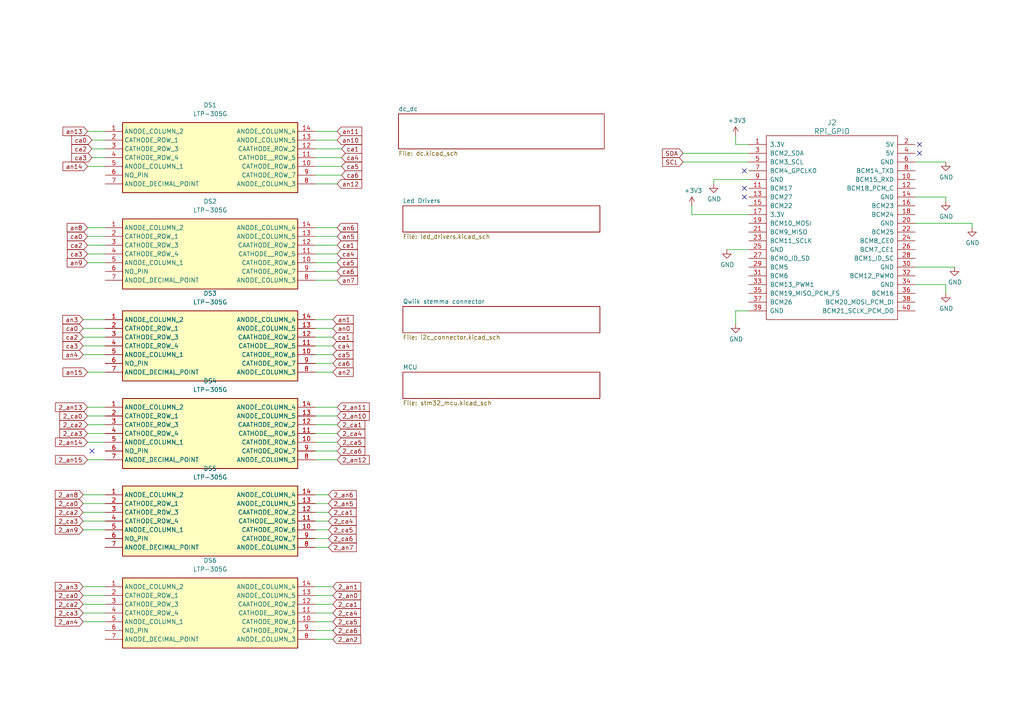
<source format=kicad_sch>
(kicad_sch (version 20230121) (generator eeschema)
  (paper "A4")
  (lib_symbols
    (symbol "LTP-305G:LTP-305G"
      (property "Reference" "DS" (at 57.15 7.62 0))
      (property "Value" "LTP-305G" (at 57.15 5.08 0))
      (symbol "LTP-305G_1_1"
        (rectangle (start 5.08 2.54) (end 55.88 -17.78) (stroke (width 0.254)) (fill (type background)))
        (pin passive line (at 0 0 0) (length 5.08) (name "ANODE_COLUMN_2") (number "1"))
        (pin passive line (at 60.96 -10.16 180) (length 5.08) (name "CATHODE_ROW_6") (number "10"))
        (pin passive line (at 60.96 -7.62 180) (length 5.08) (name "CATHODE__ROW_5") (number "11"))
        (pin passive line (at 60.96 -5.08 180) (length 5.08) (name "CAATHODE_ROW_2") (number "12"))
        (pin passive line (at 60.96 -2.54 180) (length 5.08) (name "ANODE_COLUMN_5") (number "13"))
        (pin passive line (at 60.96 0 180) (length 5.08) (name "ANODE_COLUMN_4") (number "14"))
        (pin passive line (at 0 -2.54 0) (length 5.08) (name "CATHODE_ROW_1") (number "2"))
        (pin passive line (at 0 -5.08 0) (length 5.08) (name "CATHODE_ROW_3") (number "3"))
        (pin passive line (at 0 -7.62 0) (length 5.08) (name "CATHODE_ROW_4") (number "4"))
        (pin passive line (at 0 -10.16 0) (length 5.08) (name "ANODE_COLUMN_1") (number "5"))
        (pin passive line (at 0 -12.7 0) (length 5.08) (name "NO_PIN") (number "6"))
        (pin passive line (at 0 -15.24 0) (length 5.08) (name "ANODE_DECIMAL_POINT") (number "7"))
        (pin passive line (at 60.96 -15.24 180) (length 5.08) (name "ANODE_COLUMN_3") (number "8"))
        (pin passive line (at 60.96 -12.7 180) (length 5.08) (name "CATHODE_ROW_7") (number "9"))
      )
    )
    (symbol "RPi_Hat:RPi_GPIO" (pin_names (offset 1.016))
      (property "Reference" "J" (at 19.05 6.35 0))
      (property "Value" "RPi_GPIO" (at 19.05 3.81 0))
      (symbol "RPi_GPIO_0_1"
        (rectangle (start 0 2.54) (end 38.1 -50.8))
      )
      (symbol "RPi_GPIO_1_1"
        (pin power_in line (at -5.08 0 0) (length 5.08) (name "3.3V") (number "1"))
        (pin bidirectional line (at 43.18 -10.16 180) (length 5.08) (name "BCM15_RXD") (number "10"))
        (pin bidirectional line (at -5.08 -12.7 0) (length 5.08) (name "BCM17") (number "11"))
        (pin bidirectional line (at 43.18 -12.7 180) (length 5.08) (name "BCM18_PCM_C") (number "12"))
        (pin bidirectional line (at -5.08 -15.24 0) (length 5.08) (name "BCM27") (number "13"))
        (pin power_in line (at 43.18 -15.24 180) (length 5.08) (name "GND") (number "14"))
        (pin bidirectional line (at -5.08 -17.78 0) (length 5.08) (name "BCM22") (number "15"))
        (pin bidirectional line (at 43.18 -17.78 180) (length 5.08) (name "BCM23") (number "16"))
        (pin power_in line (at -5.08 -20.32 0) (length 5.08) (name "3.3V") (number "17"))
        (pin bidirectional line (at 43.18 -20.32 180) (length 5.08) (name "BCM24") (number "18"))
        (pin bidirectional line (at -5.08 -22.86 0) (length 5.08) (name "BCM10_MOSI") (number "19"))
        (pin power_in line (at 43.18 0 180) (length 5.08) (name "5V") (number "2"))
        (pin power_in line (at 43.18 -22.86 180) (length 5.08) (name "GND") (number "20"))
        (pin bidirectional line (at -5.08 -25.4 0) (length 5.08) (name "BCM9_MISO") (number "21"))
        (pin bidirectional line (at 43.18 -25.4 180) (length 5.08) (name "BCM25") (number "22"))
        (pin bidirectional line (at -5.08 -27.94 0) (length 5.08) (name "BCM11_SCLK") (number "23"))
        (pin bidirectional line (at 43.18 -27.94 180) (length 5.08) (name "BCM8_CE0") (number "24"))
        (pin power_in line (at -5.08 -30.48 0) (length 5.08) (name "GND") (number "25"))
        (pin bidirectional line (at 43.18 -30.48 180) (length 5.08) (name "BCM7_CE1") (number "26"))
        (pin bidirectional line (at -5.08 -33.02 0) (length 5.08) (name "BCM0_ID_SD") (number "27"))
        (pin bidirectional line (at 43.18 -33.02 180) (length 5.08) (name "BCM1_ID_SC") (number "28"))
        (pin bidirectional line (at -5.08 -35.56 0) (length 5.08) (name "BCM5") (number "29"))
        (pin bidirectional line (at -5.08 -2.54 0) (length 5.08) (name "BCM2_SDA") (number "3"))
        (pin power_in line (at 43.18 -35.56 180) (length 5.08) (name "GND") (number "30"))
        (pin bidirectional line (at -5.08 -38.1 0) (length 5.08) (name "BCM6") (number "31"))
        (pin bidirectional line (at 43.18 -38.1 180) (length 5.08) (name "BCM12_PWM0") (number "32"))
        (pin bidirectional line (at -5.08 -40.64 0) (length 5.08) (name "BCM13_PWM1") (number "33"))
        (pin power_in line (at 43.18 -40.64 180) (length 5.08) (name "GND") (number "34"))
        (pin bidirectional line (at -5.08 -43.18 0) (length 5.08) (name "BCM19_MISO_PCM_FS") (number "35"))
        (pin bidirectional line (at 43.18 -43.18 180) (length 5.08) (name "BCM16") (number "36"))
        (pin bidirectional line (at -5.08 -45.72 0) (length 5.08) (name "BCM26") (number "37"))
        (pin bidirectional line (at 43.18 -45.72 180) (length 5.08) (name "BCM20_MOSI_PCM_DI") (number "38"))
        (pin power_in line (at -5.08 -48.26 0) (length 5.08) (name "GND") (number "39"))
        (pin power_in line (at 43.18 -2.54 180) (length 5.08) (name "5V") (number "4"))
        (pin bidirectional line (at 43.18 -48.26 180) (length 5.08) (name "BCM21_SCLK_PCM_DO") (number "40"))
        (pin bidirectional line (at -5.08 -5.08 0) (length 5.08) (name "BCM3_SCL") (number "5"))
        (pin power_in line (at 43.18 -5.08 180) (length 5.08) (name "GND") (number "6"))
        (pin bidirectional line (at -5.08 -7.62 0) (length 5.08) (name "BCM4_GPCLK0") (number "7"))
        (pin bidirectional line (at 43.18 -7.62 180) (length 5.08) (name "BCM14_TXD") (number "8"))
        (pin power_in line (at -5.08 -10.16 0) (length 5.08) (name "GND") (number "9"))
      )
    )
    (symbol "power:GND" (power) (pin_names (offset 0))
      (property "Value" "GND" (at 0 -3.81 0))
      (symbol "GND_0_1"
        (polyline (pts (xy 0 0) (xy 0 -1.27) (xy 1.27 -1.27) (xy 0 -2.54) (xy -1.27 -1.27) (xy 0 -1.27)))
      )
      (symbol "GND_1_1"
        (pin power_in line (at 0 0 270) (length 0) hide (name "GND") (number "1"))
      )
    )
    (symbol "rpi-pico-debugger-shoe-rescue:+3.3V-power" (power) (pin_names (offset 0))
      (property "Value" "+3.3V-power" (at 0 3.556 0))
      (symbol "+3.3V-power_0_1"
        (polyline (pts (xy -0.762 1.27) (xy 0 2.54)))
        (polyline (pts (xy 0 0) (xy 0 2.54)))
        (polyline (pts (xy 0 2.54) (xy 0.762 1.27)))
      )
      (symbol "+3.3V-power_1_1"
        (pin power_in line (at 0 0 90) (length 0) hide (name "+3V3") (number "1"))
      )
    )
  )
  (no_connect (at 215.9 49.53))
  (no_connect (at 215.9 57.15))
  (no_connect (at 215.9 54.61))
  (no_connect (at 266.7 41.91))
  (no_connect (at 266.7 44.45))
  (no_connect (at 26.67 130.81))
  (wire (pts (xy 26.67 43.18) (xy 30.48 43.18)))
  (wire (pts (xy 24.13 151.13) (xy 30.48 151.13)))
  (wire (pts (xy 91.44 120.65) (xy 97.79 120.65)))
  (wire (pts (xy 91.44 102.87) (xy 96.52 102.87)))
  (wire (pts (xy 91.44 73.66) (xy 97.79 73.66)))
  (wire (pts (xy 200.66 59.69) (xy 200.66 62.23)))
  (wire (pts (xy 91.44 128.27) (xy 97.79 128.27)))
  (wire (pts (xy 91.44 43.18) (xy 99.06 43.18)))
  (wire (pts (xy 24.13 180.34) (xy 30.48 180.34)))
  (wire (pts (xy 91.44 71.12) (xy 97.79 71.12)))
  (wire (pts (xy 25.4 73.66) (xy 30.48 73.66)))
  (wire (pts (xy 91.44 38.1) (xy 97.79 38.1)))
  (wire (pts (xy 198.12 46.99) (xy 217.17 46.99)))
  (wire (pts (xy 25.4 118.11) (xy 30.48 118.11)))
  (wire (pts (xy 207.01 53.34) (xy 207.01 52.07)))
  (wire (pts (xy 26.67 40.64) (xy 30.48 40.64)))
  (wire (pts (xy 91.44 172.72) (xy 96.52 172.72)))
  (wire (pts (xy 274.32 58.42) (xy 274.32 57.15)))
  (wire (pts (xy 265.43 64.77) (xy 281.94 64.77)))
  (wire (pts (xy 24.13 170.18) (xy 30.48 170.18)))
  (wire (pts (xy 25.4 38.1) (xy 30.48 38.1)))
  (wire (pts (xy 91.44 153.67) (xy 95.25 153.67)))
  (wire (pts (xy 25.4 48.26) (xy 30.48 48.26)))
  (wire (pts (xy 24.13 148.59) (xy 30.48 148.59)))
  (wire (pts (xy 91.44 177.8) (xy 96.52 177.8)))
  (wire (pts (xy 91.44 146.05) (xy 95.25 146.05)))
  (wire (pts (xy 24.13 97.79) (xy 30.48 97.79)))
  (wire (pts (xy 24.13 153.67) (xy 30.48 153.67)))
  (wire (pts (xy 91.44 92.71) (xy 96.52 92.71)))
  (wire (pts (xy 91.44 182.88) (xy 96.52 182.88)))
  (wire (pts (xy 25.4 133.35) (xy 30.48 133.35)))
  (wire (pts (xy 198.12 44.45) (xy 217.17 44.45)))
  (wire (pts (xy 207.01 52.07) (xy 217.17 52.07)))
  (wire (pts (xy 91.44 180.34) (xy 96.52 180.34)))
  (wire (pts (xy 26.67 45.72) (xy 30.48 45.72)))
  (wire (pts (xy 24.13 177.8) (xy 30.48 177.8)))
  (wire (pts (xy 91.44 170.18) (xy 96.52 170.18)))
  (wire (pts (xy 24.13 95.25) (xy 30.48 95.25)))
  (wire (pts (xy 91.44 105.41) (xy 96.52 105.41)))
  (wire (pts (xy 91.44 151.13) (xy 95.25 151.13)))
  (wire (pts (xy 24.13 146.05) (xy 30.48 146.05)))
  (wire (pts (xy 24.13 92.71) (xy 30.48 92.71)))
  (wire (pts (xy 91.44 100.33) (xy 96.52 100.33)))
  (wire (pts (xy 24.13 102.87) (xy 30.48 102.87)))
  (wire (pts (xy 25.4 120.65) (xy 30.48 120.65)))
  (wire (pts (xy 91.44 48.26) (xy 99.06 48.26)))
  (wire (pts (xy 265.43 46.99) (xy 274.32 46.99)))
  (wire (pts (xy 91.44 158.75) (xy 95.25 158.75)))
  (wire (pts (xy 91.44 50.8) (xy 99.06 50.8)))
  (wire (pts (xy 213.36 39.37) (xy 213.36 41.91)))
  (wire (pts (xy 265.43 77.47) (xy 276.86 77.47)))
  (wire (pts (xy 91.44 156.21) (xy 95.25 156.21)))
  (wire (pts (xy 91.44 68.58) (xy 97.79 68.58)))
  (wire (pts (xy 91.44 175.26) (xy 96.52 175.26)))
  (wire (pts (xy 25.4 71.12) (xy 30.48 71.12)))
  (wire (pts (xy 25.4 123.19) (xy 30.48 123.19)))
  (wire (pts (xy 91.44 76.2) (xy 97.79 76.2)))
  (wire (pts (xy 91.44 66.04) (xy 97.79 66.04)))
  (wire (pts (xy 25.4 66.04) (xy 30.48 66.04)))
  (wire (pts (xy 25.4 125.73) (xy 30.48 125.73)))
  (wire (pts (xy 24.13 100.33) (xy 30.48 100.33)))
  (wire (pts (xy 91.44 45.72) (xy 99.06 45.72)))
  (wire (pts (xy 91.44 143.51) (xy 95.25 143.51)))
  (wire (pts (xy 91.44 125.73) (xy 97.79 125.73)))
  (wire (pts (xy 91.44 123.19) (xy 97.79 123.19)))
  (wire (pts (xy 200.66 62.23) (xy 217.17 62.23)))
  (wire (pts (xy 24.13 175.26) (xy 30.48 175.26)))
  (wire (pts (xy 274.32 85.09) (xy 274.32 82.55)))
  (wire (pts (xy 274.32 82.55) (xy 265.43 82.55)))
  (wire (pts (xy 91.44 78.74) (xy 97.79 78.74)))
  (wire (pts (xy 24.13 172.72) (xy 30.48 172.72)))
  (wire (pts (xy 91.44 130.81) (xy 97.79 130.81)))
  (wire (pts (xy 91.44 133.35) (xy 97.79 133.35)))
  (wire (pts (xy 25.4 128.27) (xy 30.48 128.27)))
  (wire (pts (xy 91.44 107.95) (xy 96.52 107.95)))
  (wire (pts (xy 91.44 148.59) (xy 95.25 148.59)))
  (wire (pts (xy 25.4 68.58) (xy 30.48 68.58)))
  (wire (pts (xy 274.32 57.15) (xy 265.43 57.15)))
  (wire (pts (xy 281.94 66.04) (xy 281.94 64.77)))
  (wire (pts (xy 25.4 76.2) (xy 30.48 76.2)))
  (wire (pts (xy 91.44 53.34) (xy 97.79 53.34)))
  (wire (pts (xy 24.13 143.51) (xy 30.48 143.51)))
  (wire (pts (xy 91.44 40.64) (xy 97.79 40.64)))
  (wire (pts (xy 213.36 41.91) (xy 217.17 41.91)))
  (wire (pts (xy 213.36 90.17) (xy 213.36 93.98)))
  (wire (pts (xy 91.44 185.42) (xy 96.52 185.42)))
  (wire (pts (xy 91.44 81.28) (xy 97.79 81.28)))
  (wire (pts (xy 25.4 107.95) (xy 30.48 107.95)))
  (wire (pts (xy 91.44 95.25) (xy 96.52 95.25)))
  (wire (pts (xy 91.44 97.79) (xy 96.52 97.79)))
  (wire (pts (xy 217.17 90.17) (xy 213.36 90.17)))
  (wire (pts (xy 210.82 72.39) (xy 217.17 72.39)))
  (wire (pts (xy 91.44 118.11) (xy 97.79 118.11)))
  (global_label "ca0" (shape input) (at 25.4 68.58 180) (property "Intersheetrefs" "${INTERSHEET_REFS}" (effects hide)))
  (global_label "2_an10" (shape input) (at 97.79 120.65 0) (property "Intersheetrefs" "${INTERSHEET_REFS}" (effects hide)))
  (global_label "ca3" (shape input) (at 26.67 45.72 180) (property "Intersheetrefs" "${INTERSHEET_REFS}" (effects hide)))
  (global_label "2_ca4" (shape input) (at 95.25 151.13 0) (property "Intersheetrefs" "${INTERSHEET_REFS}" (effects hide)))
  (global_label "ca1" (shape input) (at 99.06 43.18 0) (property "Intersheetrefs" "${INTERSHEET_REFS}" (effects hide)))
  (global_label "2_ca0" (shape input) (at 24.13 146.05 180) (property "Intersheetrefs" "${INTERSHEET_REFS}" (effects hide)))
  (global_label "ca6" (shape input) (at 97.79 78.74 0) (property "Intersheetrefs" "${INTERSHEET_REFS}" (effects hide)))
  (global_label "2_ca1" (shape input) (at 97.79 123.19 0) (property "Intersheetrefs" "${INTERSHEET_REFS}" (effects hide)))
  (global_label "2_ca1" (shape input) (at 96.52 175.26 0) (property "Intersheetrefs" "${INTERSHEET_REFS}" (effects hide)))
  (global_label "2_ca4" (shape input) (at 96.52 177.8 0) (property "Intersheetrefs" "${INTERSHEET_REFS}" (effects hide)))
  (global_label "ca4" (shape input) (at 96.52 100.33 0) (property "Intersheetrefs" "${INTERSHEET_REFS}" (effects hide)))
  (global_label "an15" (shape input) (at 25.4 107.95 180) (property "Intersheetrefs" "${INTERSHEET_REFS}" (effects hide)))
  (global_label "an11" (shape input) (at 97.79 38.1 0) (property "Intersheetrefs" "${INTERSHEET_REFS}" (effects hide)))
  (global_label "2_ca3" (shape input) (at 25.4 125.73 180) (property "Intersheetrefs" "${INTERSHEET_REFS}" (effects hide)))
  (global_label "ca4" (shape input) (at 97.79 73.66 0) (property "Intersheetrefs" "${INTERSHEET_REFS}" (effects hide)))
  (global_label "ca2" (shape input) (at 25.4 71.12 180) (property "Intersheetrefs" "${INTERSHEET_REFS}" (effects hide)))
  (global_label "an14" (shape input) (at 25.4 48.26 180) (property "Intersheetrefs" "${INTERSHEET_REFS}" (effects hide)))
  (global_label "ca4" (shape input) (at 99.06 45.72 0) (property "Intersheetrefs" "${INTERSHEET_REFS}" (effects hide)))
  (global_label "2_an15" (shape input) (at 25.4 133.35 180) (property "Intersheetrefs" "${INTERSHEET_REFS}" (effects hide)))
  (global_label "2_ca2" (shape input) (at 24.13 175.26 180) (property "Intersheetrefs" "${INTERSHEET_REFS}" (effects hide)))
  (global_label "an10" (shape input) (at 97.79 40.64 0) (property "Intersheetrefs" "${INTERSHEET_REFS}" (effects hide)))
  (global_label "2_an3" (shape input) (at 24.13 170.18 180) (property "Intersheetrefs" "${INTERSHEET_REFS}" (effects hide)))
  (global_label "an6" (shape input) (at 97.79 66.04 0) (property "Intersheetrefs" "${INTERSHEET_REFS}" (effects hide)))
  (global_label "ca2" (shape input) (at 24.13 97.79 180) (property "Intersheetrefs" "${INTERSHEET_REFS}" (effects hide)))
  (global_label "2_an13" (shape input) (at 25.4 118.11 180) (property "Intersheetrefs" "${INTERSHEET_REFS}" (effects hide)))
  (global_label "2_ca0" (shape input) (at 24.13 172.72 180) (property "Intersheetrefs" "${INTERSHEET_REFS}" (effects hide)))
  (global_label "an4" (shape input) (at 24.13 102.87 180) (property "Intersheetrefs" "${INTERSHEET_REFS}" (effects hide)))
  (global_label "2_an12" (shape input) (at 97.79 133.35 0) (property "Intersheetrefs" "${INTERSHEET_REFS}" (effects hide)))
  (global_label "2_ca4" (shape input) (at 97.79 125.73 0) (property "Intersheetrefs" "${INTERSHEET_REFS}" (effects hide)))
  (global_label "2_ca0" (shape input) (at 25.4 120.65 180) (property "Intersheetrefs" "${INTERSHEET_REFS}" (effects hide)))
  (global_label "ca5" (shape input) (at 99.06 48.26 0) (property "Intersheetrefs" "${INTERSHEET_REFS}" (effects hide)))
  (global_label "an5" (shape input) (at 97.79 68.58 0) (property "Intersheetrefs" "${INTERSHEET_REFS}" (effects hide)))
  (global_label "ca6" (shape input) (at 96.52 105.41 0) (property "Intersheetrefs" "${INTERSHEET_REFS}" (effects hide)))
  (global_label "an13" (shape input) (at 25.4 38.1 180) (property "Intersheetrefs" "${INTERSHEET_REFS}" (effects hide)))
  (global_label "2_an14" (shape input) (at 25.4 128.27 180) (property "Intersheetrefs" "${INTERSHEET_REFS}" (effects hide)))
  (global_label "2_ca3" (shape input) (at 24.13 151.13 180) (property "Intersheetrefs" "${INTERSHEET_REFS}" (effects hide)))
  (global_label "2_an2" (shape input) (at 96.52 185.42 0) (property "Intersheetrefs" "${INTERSHEET_REFS}" (effects hide)))
  (global_label "ca5" (shape input) (at 96.52 102.87 0) (property "Intersheetrefs" "${INTERSHEET_REFS}" (effects hide)))
  (global_label "2_an0" (shape input) (at 96.52 172.72 0) (property "Intersheetrefs" "${INTERSHEET_REFS}" (effects hide)))
  (global_label "an8" (shape input) (at 25.4 66.04 180) (property "Intersheetrefs" "${INTERSHEET_REFS}" (effects hide)))
  (global_label "2_ca2" (shape input) (at 25.4 123.19 180) (property "Intersheetrefs" "${INTERSHEET_REFS}" (effects hide)))
  (global_label "ca6" (shape input) (at 99.06 50.8 0) (property "Intersheetrefs" "${INTERSHEET_REFS}" (effects hide)))
  (global_label "2_ca3" (shape input) (at 24.13 177.8 180) (property "Intersheetrefs" "${INTERSHEET_REFS}" (effects hide)))
  (global_label "2_an1" (shape input) (at 96.52 170.18 0) (property "Intersheetrefs" "${INTERSHEET_REFS}" (effects hide)))
  (global_label "2_an11" (shape input) (at 97.79 118.11 0) (property "Intersheetrefs" "${INTERSHEET_REFS}" (effects hide)))
  (global_label "2_an6" (shape input) (at 95.25 143.51 0) (property "Intersheetrefs" "${INTERSHEET_REFS}" (effects hide)))
  (global_label "2_an4" (shape input) (at 24.13 180.34 180) (property "Intersheetrefs" "${INTERSHEET_REFS}" (effects hide)))
  (global_label "an1" (shape input) (at 96.52 92.71 0) (property "Intersheetrefs" "${INTERSHEET_REFS}" (effects hide)))
  (global_label "an7" (shape input) (at 97.79 81.28 0) (property "Intersheetrefs" "${INTERSHEET_REFS}" (effects hide)))
  (global_label "an2" (shape input) (at 96.52 107.95 0) (property "Intersheetrefs" "${INTERSHEET_REFS}" (effects hide)))
  (global_label "2_ca5" (shape input) (at 97.79 128.27 0) (property "Intersheetrefs" "${INTERSHEET_REFS}" (effects hide)))
  (global_label "2_an5" (shape input) (at 95.25 146.05 0) (property "Intersheetrefs" "${INTERSHEET_REFS}" (effects hide)))
  (global_label "ca1" (shape input) (at 97.79 71.12 0) (property "Intersheetrefs" "${INTERSHEET_REFS}" (effects hide)))
  (global_label "2_an9" (shape input) (at 24.13 153.67 180) (property "Intersheetrefs" "${INTERSHEET_REFS}" (effects hide)))
  (global_label "SDA" (shape input) (at 198.12 44.45 180) (property "Intersheetrefs" "${INTERSHEET_REFS}" (effects hide)))
  (global_label "ca5" (shape input) (at 97.79 76.2 0) (property "Intersheetrefs" "${INTERSHEET_REFS}" (effects hide)))
  (global_label "an9" (shape input) (at 25.4 76.2 180) (property "Intersheetrefs" "${INTERSHEET_REFS}" (effects hide)))
  (global_label "ca0" (shape input) (at 24.13 95.25 180) (property "Intersheetrefs" "${INTERSHEET_REFS}" (effects hide)))
  (global_label "2_ca6" (shape input) (at 96.52 182.88 0) (property "Intersheetrefs" "${INTERSHEET_REFS}" (effects hide)))
  (global_label "ca2" (shape input) (at 26.67 43.18 180) (property "Intersheetrefs" "${INTERSHEET_REFS}" (effects hide)))
  (global_label "ca0" (shape input) (at 26.67 40.64 180) (property "Intersheetrefs" "${INTERSHEET_REFS}" (effects hide)))
  (global_label "2_ca6" (shape input) (at 95.25 156.21 0) (property "Intersheetrefs" "${INTERSHEET_REFS}" (effects hide)))
  (global_label "ca1" (shape input) (at 96.52 97.79 0) (property "Intersheetrefs" "${INTERSHEET_REFS}" (effects hide)))
  (global_label "ca3" (shape input) (at 25.4 73.66 180) (property "Intersheetrefs" "${INTERSHEET_REFS}" (effects hide)))
  (global_label "an3" (shape input) (at 24.13 92.71 180) (property "Intersheetrefs" "${INTERSHEET_REFS}" (effects hide)))
  (global_label "2_ca5" (shape input) (at 96.52 180.34 0) (property "Intersheetrefs" "${INTERSHEET_REFS}" (effects hide)))
  (global_label "2_ca6" (shape input) (at 97.79 130.81 0) (property "Intersheetrefs" "${INTERSHEET_REFS}" (effects hide)))
  (global_label "ca3" (shape input) (at 24.13 100.33 180) (property "Intersheetrefs" "${INTERSHEET_REFS}" (effects hide)))
  (global_label "SCL" (shape input) (at 198.12 46.99 180) (property "Intersheetrefs" "${INTERSHEET_REFS}" (effects hide)))
  (global_label "an0" (shape input) (at 96.52 95.25 0) (property "Intersheetrefs" "${INTERSHEET_REFS}" (effects hide)))
  (global_label "2_an8" (shape input) (at 24.13 143.51 180) (property "Intersheetrefs" "${INTERSHEET_REFS}" (effects hide)))
  (global_label "2_an7" (shape input) (at 95.25 158.75 0) (property "Intersheetrefs" "${INTERSHEET_REFS}" (effects hide)))
  (global_label "2_ca2" (shape input) (at 24.13 148.59 180) (property "Intersheetrefs" "${INTERSHEET_REFS}" (effects hide)))
  (global_label "an12" (shape input) (at 97.79 53.34 0) (property "Intersheetrefs" "${INTERSHEET_REFS}" (effects hide)))
  (global_label "2_ca1" (shape input) (at 95.25 148.59 0) (property "Intersheetrefs" "${INTERSHEET_REFS}" (effects hide)))
  (global_label "2_ca5" (shape input) (at 95.25 153.67 0) (property "Intersheetrefs" "${INTERSHEET_REFS}" (effects hide)))
  (symbol (lib_id "power:GND") (at 210.82 72.39 0) (unit 1)
    (property "Reference" "#PWR076" (effects hide))
    (property "Value" "GND" (at 210.947 76.7842 0))
  )
  (symbol (lib_id "power:GND") (at 274.32 85.09 0) (unit 1)
    (property "Reference" "#PWR079" (effects hide))
    (property "Value" "GND" (at 274.447 89.4842 0))
  )
  (symbol (lib_id "rpi-pico-debugger-shoe-rescue:+3.3V-power") (at 200.66 59.69 0) (unit 1)
    (property "Reference" "#PWR010" (effects hide))
    (property "Value" "+3.3V" (at 201.041 55.2958 0))
  )
  (symbol (lib_id "LTP-305G:LTP-305G") (at 30.48 170.18 0) (unit 1)
    (property "Reference" "DS6" (at 60.96 162.56 0))
    (property "Value" "LTP-305G" (at 60.96 165.1 0))
    (property "Footprint" "LTP-305G:DIPS762W50P254L1850H400Q14N" (effects hide))
    (property "Datasheet" "https://media.digikey.com/pdf/Data%20Sheets/Lite-On%20PDFs/LTP-305G.pdf" (effects hide))
    (property "Height" "4" (effects hide))
    (property "Manufacturer_Name" "Lite-On" (effects hide))
    (property "Manufacturer_Part_Number" "LTP-305G" (effects hide))
    (property "Mouser Part Number" "859-LTP-305G" (effects hide))
    (property "Mouser Price/Stock" "https://www.mouser.co.uk/ProductDetail/Lite-On/LTP-305G?qs=gnaPJ2cis70tTyscg55DVQ%3D%3D" (effects hide))
    (property "Arrow Part Number" "LTP-305G" (effects hide))
    (property "Arrow Price/Stock" "https://www.arrow.com/en/products/ltp-305g/lite-on-technology?region=nac" (effects hide))
  )
  (symbol (lib_id "rpi-pico-debugger-shoe-rescue:+3.3V-power") (at 213.36 39.37 0) (unit 1)
    (property "Reference" "#PWR0119" (effects hide))
    (property "Value" "+3.3V" (at 213.741 34.9758 0))
  )
  (symbol (lib_id "power:GND") (at 213.36 93.98 0) (unit 1)
    (property "Reference" "#PWR011" (effects hide))
    (property "Value" "GND" (at 213.487 98.3742 0))
  )
  (symbol (lib_id "LTP-305G:LTP-305G") (at 30.48 118.11 0) (unit 1)
    (property "Reference" "DS4" (at 60.96 110.49 0))
    (property "Value" "LTP-305G" (at 60.96 113.03 0))
    (property "Footprint" "LTP-305G:DIPS762W50P254L1850H400Q14N" (effects hide))
    (property "Datasheet" "https://media.digikey.com/pdf/Data%20Sheets/Lite-On%20PDFs/LTP-305G.pdf" (effects hide))
    (property "Height" "4" (effects hide))
    (property "Manufacturer_Name" "Lite-On" (effects hide))
    (property "Manufacturer_Part_Number" "LTP-305G" (effects hide))
    (property "Mouser Part Number" "859-LTP-305G" (effects hide))
    (property "Mouser Price/Stock" "https://www.mouser.co.uk/ProductDetail/Lite-On/LTP-305G?qs=gnaPJ2cis70tTyscg55DVQ%3D%3D" (effects hide))
    (property "Arrow Part Number" "LTP-305G" (effects hide))
    (property "Arrow Price/Stock" "https://www.arrow.com/en/products/ltp-305g/lite-on-technology?region=nac" (effects hide))
  )
  (symbol (lib_id "power:GND") (at 274.32 58.42 0) (unit 1)
    (property "Reference" "#PWR078" (effects hide))
    (property "Value" "GND" (at 274.447 62.8142 0))
  )
  (symbol (lib_id "power:GND") (at 276.86 77.47 0) (unit 1)
    (property "Reference" "#PWR080" (effects hide))
    (property "Value" "GND" (at 276.987 81.8642 0))
  )
  (symbol (lib_id "LTP-305G:LTP-305G") (at 30.48 66.04 0) (unit 1)
    (property "Reference" "DS2" (at 60.96 58.42 0))
    (property "Value" "LTP-305G" (at 60.96 60.96 0))
    (property "Footprint" "LTP-305G:DIPS762W50P254L1850H400Q14N" (effects hide))
    (property "Datasheet" "https://media.digikey.com/pdf/Data%20Sheets/Lite-On%20PDFs/LTP-305G.pdf" (effects hide))
    (property "Height" "4" (effects hide))
    (property "Manufacturer_Name" "Lite-On" (effects hide))
    (property "Manufacturer_Part_Number" "LTP-305G" (effects hide))
    (property "Mouser Part Number" "859-LTP-305G" (effects hide))
    (property "Mouser Price/Stock" "https://www.mouser.co.uk/ProductDetail/Lite-On/LTP-305G?qs=gnaPJ2cis70tTyscg55DVQ%3D%3D" (effects hide))
    (property "Arrow Part Number" "LTP-305G" (effects hide))
    (property "Arrow Price/Stock" "https://www.arrow.com/en/products/ltp-305g/lite-on-technology?region=nac" (effects hide))
  )
  (symbol (lib_id "power:GND") (at 281.94 66.04 0) (unit 1)
    (property "Reference" "#PWR081" (effects hide))
    (property "Value" "GND" (at 282.067 70.4342 0))
  )
  (symbol (lib_id "RPi_Hat:RPi_GPIO") (at 222.25 41.91 0) (unit 1)
    (property "Reference" "J2" (at 241.3 35.56 0) (effects (font (size 1.524 1.524))))
    (property "Value" "RPi_GPIO" (at 241.3 38.1 0) (effects (font (size 1.524 1.524))))
    (property "Footprint" "LTP-305G:Pin_Header_Straight_2x20" (effects hide))
  )
  (symbol (lib_id "LTP-305G:LTP-305G") (at 30.48 92.71 0) (unit 1)
    (property "Reference" "DS3" (at 60.96 85.09 0))
    (property "Value" "LTP-305G" (at 60.96 87.63 0))
    (property "Footprint" "LTP-305G:DIPS762W50P254L1850H400Q14N" (effects hide))
    (property "Datasheet" "https://media.digikey.com/pdf/Data%20Sheets/Lite-On%20PDFs/LTP-305G.pdf" (effects hide))
    (property "Height" "4" (effects hide))
    (property "Manufacturer_Name" "Lite-On" (effects hide))
    (property "Manufacturer_Part_Number" "LTP-305G" (effects hide))
    (property "Mouser Part Number" "859-LTP-305G" (effects hide))
    (property "Mouser Price/Stock" "https://www.mouser.co.uk/ProductDetail/Lite-On/LTP-305G?qs=gnaPJ2cis70tTyscg55DVQ%3D%3D" (effects hide))
    (property "Arrow Part Number" "LTP-305G" (effects hide))
    (property "Arrow Price/Stock" "https://www.arrow.com/en/products/ltp-305g/lite-on-technology?region=nac" (effects hide))
  )
  (symbol (lib_id "power:GND") (at 207.01 53.34 0) (unit 1)
    (property "Reference" "#PWR077" (effects hide))
    (property "Value" "GND" (at 207.137 57.7342 0))
  )
  (symbol (lib_id "power:GND") (at 274.32 46.99 0) (unit 1)
    (property "Reference" "#PWR07" (effects hide))
    (property "Value" "GND" (at 274.447 51.3842 0))
  )
  (symbol (lib_id "LTP-305G:LTP-305G") (at 30.48 38.1 0) (unit 1)
    (property "Reference" "DS1" (at 60.96 30.48 0))
    (property "Value" "LTP-305G" (at 60.96 33.02 0))
    (property "Footprint" "LTP-305G:DIPS762W50P254L1850H400Q14N" (effects hide))
    (property "Datasheet" "https://media.digikey.com/pdf/Data%20Sheets/Lite-On%20PDFs/LTP-305G.pdf" (effects hide))
    (property "Height" "4" (effects hide))
    (property "Manufacturer_Name" "Lite-On" (effects hide))
    (property "Manufacturer_Part_Number" "LTP-305G" (effects hide))
    (property "Mouser Part Number" "859-LTP-305G" (effects hide))
    (property "Mouser Price/Stock" "https://www.mouser.co.uk/ProductDetail/Lite-On/LTP-305G?qs=gnaPJ2cis70tTyscg55DVQ%3D%3D" (effects hide))
    (property "Arrow Part Number" "LTP-305G" (effects hide))
    (property "Arrow Price/Stock" "https://www.arrow.com/en/products/ltp-305g/lite-on-technology?region=nac" (effects hide))
  )
  (symbol (lib_id "LTP-305G:LTP-305G") (at 30.48 143.51 0) (unit 1)
    (property "Reference" "DS5" (at 60.96 135.89 0))
    (property "Value" "LTP-305G" (at 60.96 138.43 0))
    (property "Footprint" "LTP-305G:DIPS762W50P254L1850H400Q14N" (effects hide))
    (property "Datasheet" "https://media.digikey.com/pdf/Data%20Sheets/Lite-On%20PDFs/LTP-305G.pdf" (effects hide))
    (property "Height" "4" (effects hide))
    (property "Manufacturer_Name" "Lite-On" (effects hide))
    (property "Manufacturer_Part_Number" "LTP-305G" (effects hide))
    (property "Mouser Part Number" "859-LTP-305G" (effects hide))
    (property "Mouser Price/Stock" "https://www.mouser.co.uk/ProductDetail/Lite-On/LTP-305G?qs=gnaPJ2cis70tTyscg55DVQ%3D%3D" (effects hide))
    (property "Arrow Part Number" "LTP-305G" (effects hide))
    (property "Arrow Price/Stock" "https://www.arrow.com/en/products/ltp-305g/lite-on-technology?region=nac" (effects hide))
  )
  (sheet (at 116.84 59.69) (size 57.15 7.62) (stroke (width 0.1524))
    (property "Sheetname" "Led Drivers" (at 116.84 58.9784 0) (effects (justify left bottom)))
    (property "Sheetfile" "led_drivers.kicad_sch" (at 116.84 67.8946 0) (effects (justify left top)))
  )
  (sheet (at 116.84 107.95) (size 57.15 7.62) (stroke (width 0.1524))
    (property "Sheetname" "MCU" (at 116.84 107.2384 0) (effects (justify left bottom)))
    (property "Sheetfile" "stm32_mcu.kicad_sch" (at 116.84 116.1546 0) (effects (justify left top)))
  )
  (sheet (at 115.57 33.02) (size 59.69 10.16) (stroke (width 0.1524))
    (property "Sheetname" "dc_dc" (at 115.57 32.3084 0) (effects (justify left bottom)))
    (property "Sheetfile" "dc.kicad_sch" (at 115.57 43.7646 0) (effects (justify left top)))
  )
  (sheet (at 116.84 88.9) (size 57.15 7.62) (stroke (width 0.1524))
    (property "Sheetname" "Qwiik stemma connector" (at 116.84 88.1884 0) (effects (justify left bottom)))
    (property "Sheetfile" "i2c_connector.kicad_sch" (at 116.84 97.1046 0) (effects (justify left top)))
  )
)
</source>
